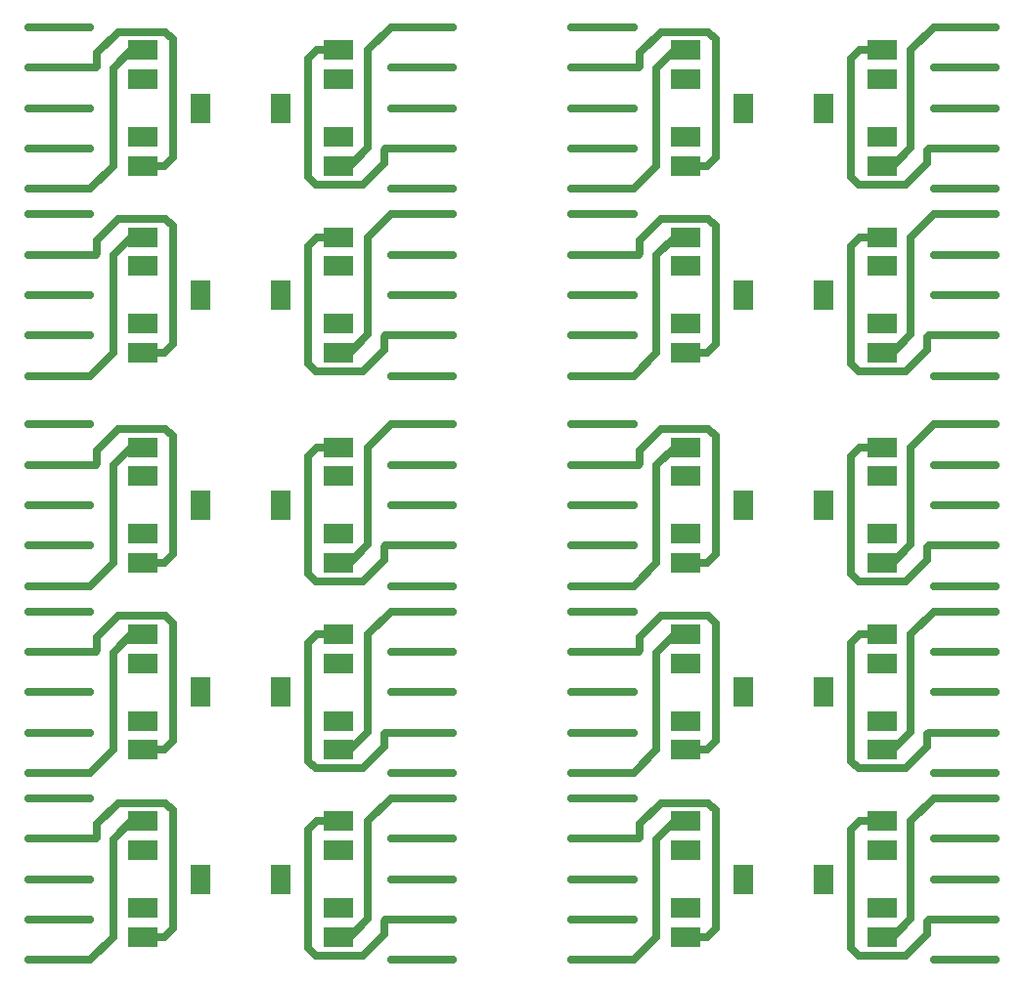
<source format=gtl>
G04 #@! TF.GenerationSoftware,KiCad,Pcbnew,(5.1.0)-1*
G04 #@! TF.CreationDate,2019-05-31T01:19:26-04:00*
G04 #@! TF.ProjectId,10x-Input-10x-Output,3130782d-496e-4707-9574-2d3130782d4f,0.1*
G04 #@! TF.SameCoordinates,Original*
G04 #@! TF.FileFunction,Copper,L1,Top*
G04 #@! TF.FilePolarity,Positive*
%FSLAX46Y46*%
G04 Gerber Fmt 4.6, Leading zero omitted, Abs format (unit mm)*
G04 Created by KiCad (PCBNEW (5.1.0)-1) date 2019-05-31 01:19:26*
%MOMM*%
%LPD*%
G04 APERTURE LIST*
%ADD10R,2.500000X1.800000*%
%ADD11R,1.800000X2.500000*%
%ADD12C,0.609600*%
%ADD13C,0.635000*%
G04 APERTURE END LIST*
D10*
X140050000Y-68904000D03*
X140050000Y-73904000D03*
D11*
X145050000Y-71404000D03*
D10*
X140050000Y-66404000D03*
X140050000Y-76404000D03*
X157050000Y-100804000D03*
X157050000Y-110804000D03*
D11*
X152050000Y-105804000D03*
D10*
X157050000Y-103304000D03*
X157050000Y-108304000D03*
X140050000Y-103304000D03*
X140050000Y-108304000D03*
D11*
X145050000Y-105804000D03*
D10*
X140050000Y-100804000D03*
X140050000Y-110804000D03*
X157050000Y-66404000D03*
X157050000Y-76404000D03*
D11*
X152050000Y-71404000D03*
D10*
X157050000Y-68904000D03*
X157050000Y-73904000D03*
X157050000Y-90104000D03*
X157050000Y-85104000D03*
D11*
X152050000Y-87604000D03*
D10*
X157050000Y-92604000D03*
X157050000Y-82604000D03*
X140050000Y-92604000D03*
X140050000Y-82604000D03*
D11*
X145050000Y-87604000D03*
D10*
X140050000Y-90104000D03*
X140050000Y-85104000D03*
X157050000Y-140704000D03*
X157050000Y-135704000D03*
D11*
X152050000Y-138204000D03*
D10*
X157050000Y-143204000D03*
X157050000Y-133204000D03*
X140050000Y-119504000D03*
X140050000Y-124504000D03*
D11*
X145050000Y-122004000D03*
D10*
X140050000Y-117004000D03*
X140050000Y-127004000D03*
X157050000Y-117004000D03*
X157050000Y-127004000D03*
D11*
X152050000Y-122004000D03*
D10*
X157050000Y-119504000D03*
X157050000Y-124504000D03*
X140050000Y-143204000D03*
X140050000Y-133204000D03*
D11*
X145050000Y-138204000D03*
D10*
X140050000Y-140704000D03*
X140050000Y-135704000D03*
X110050000Y-73904000D03*
X110050000Y-68904000D03*
D11*
X105050000Y-71404000D03*
D10*
X110050000Y-76404000D03*
X110050000Y-66404000D03*
X93050000Y-76404000D03*
X93050000Y-66404000D03*
D11*
X98050000Y-71404000D03*
D10*
X93050000Y-73904000D03*
X93050000Y-68904000D03*
X110050000Y-108304000D03*
X110050000Y-103304000D03*
D11*
X105050000Y-105804000D03*
D10*
X110050000Y-110804000D03*
X110050000Y-100804000D03*
X93050000Y-85104000D03*
X93050000Y-90104000D03*
D11*
X98050000Y-87604000D03*
D10*
X93050000Y-82604000D03*
X93050000Y-92604000D03*
X110050000Y-82604000D03*
X110050000Y-92604000D03*
D11*
X105050000Y-87604000D03*
D10*
X110050000Y-85104000D03*
X110050000Y-90104000D03*
X93050000Y-110804000D03*
X93050000Y-100804000D03*
D11*
X98050000Y-105804000D03*
D10*
X93050000Y-108304000D03*
X93050000Y-103304000D03*
X110050000Y-124504000D03*
X110050000Y-119504000D03*
D11*
X105050000Y-122004000D03*
D10*
X110050000Y-127004000D03*
X110050000Y-117004000D03*
X93050000Y-127004000D03*
X93050000Y-117004000D03*
D11*
X98050000Y-122004000D03*
D10*
X93050000Y-124504000D03*
X93050000Y-119504000D03*
X110050000Y-133204000D03*
X110050000Y-143204000D03*
D11*
X105050000Y-138204000D03*
D10*
X110050000Y-135704000D03*
X110050000Y-140704000D03*
X93050000Y-135704000D03*
X93050000Y-140704000D03*
D11*
X98050000Y-138204000D03*
D10*
X93050000Y-133204000D03*
X93050000Y-143204000D03*
D12*
X88550000Y-141704000D03*
X88550000Y-138204000D03*
X88550000Y-131204000D03*
X88550000Y-145204000D03*
X88550000Y-134704000D03*
X114550000Y-145204000D03*
X114550000Y-134704000D03*
X114550000Y-131204000D03*
X114550000Y-138204000D03*
X114550000Y-141704000D03*
X88550000Y-115004000D03*
X88550000Y-125504000D03*
X88550000Y-129004000D03*
X88550000Y-122004000D03*
X88550000Y-118504000D03*
X114550000Y-129004000D03*
X114550000Y-122004000D03*
X114550000Y-125504000D03*
X114550000Y-118504000D03*
X114550000Y-115004000D03*
X88550000Y-98804000D03*
X88550000Y-109304000D03*
X88550000Y-112804000D03*
X88550000Y-105804000D03*
X88550000Y-102304000D03*
X114550000Y-112804000D03*
X114550000Y-105804000D03*
X114550000Y-80604000D03*
X114550000Y-91104000D03*
X88550000Y-87604000D03*
X114550000Y-94604000D03*
X88550000Y-94604000D03*
X114550000Y-109304000D03*
X88550000Y-84104000D03*
X114550000Y-84104000D03*
X114550000Y-102304000D03*
X88550000Y-80604000D03*
X114550000Y-87604000D03*
X114550000Y-98804000D03*
X88550000Y-91104000D03*
X88550000Y-64404000D03*
X88550000Y-74904000D03*
X88550000Y-78404000D03*
X88550000Y-71404000D03*
X88550000Y-67904000D03*
X114550000Y-78404000D03*
X114550000Y-71404000D03*
X114550000Y-74904000D03*
X114550000Y-67904000D03*
X114550000Y-64404000D03*
X135550000Y-91104000D03*
X135550000Y-105804000D03*
X161550000Y-84104000D03*
X161550000Y-102304000D03*
X161550000Y-98804000D03*
X161550000Y-109304000D03*
X161550000Y-105804000D03*
X161550000Y-80604000D03*
X161550000Y-112804000D03*
X161550000Y-91104000D03*
X161550000Y-94604000D03*
X135550000Y-112804000D03*
X135550000Y-94604000D03*
X161550000Y-87604000D03*
X135550000Y-87604000D03*
X135550000Y-109304000D03*
X135550000Y-102304000D03*
X135550000Y-98804000D03*
X135550000Y-84104000D03*
X135550000Y-80604000D03*
X135550000Y-131204000D03*
X135550000Y-141704000D03*
X135550000Y-145204000D03*
X135550000Y-138204000D03*
X135550000Y-134704000D03*
X161550000Y-145204000D03*
X161550000Y-138204000D03*
X135550000Y-71404000D03*
X161550000Y-67904000D03*
X161550000Y-115004000D03*
X161550000Y-125504000D03*
X161550000Y-64404000D03*
X135550000Y-122004000D03*
X161550000Y-129004000D03*
X135550000Y-129004000D03*
X135550000Y-78404000D03*
X161550000Y-74904000D03*
X161550000Y-141704000D03*
X135550000Y-118504000D03*
X161550000Y-71404000D03*
X135550000Y-67904000D03*
X161550000Y-118504000D03*
X161550000Y-134704000D03*
X135550000Y-115004000D03*
X161550000Y-122004000D03*
X161550000Y-131204000D03*
X161550000Y-78404000D03*
X135550000Y-125504000D03*
X135550000Y-74904000D03*
X135550000Y-64404000D03*
D13*
X88550000Y-141704000D02*
X83150000Y-141704000D01*
X88550000Y-138204000D02*
X83150000Y-138204000D01*
X88550000Y-131204000D02*
X83150000Y-131204000D01*
X83150000Y-145204000D02*
X88550000Y-145204000D01*
X88550000Y-134704000D02*
X83150000Y-134704000D01*
X92104500Y-133204000D02*
X90533500Y-134775000D01*
X92883000Y-133204000D02*
X92104500Y-133204000D01*
X90533500Y-143220500D02*
X88550000Y-145204000D01*
X90533500Y-134775000D02*
X90533500Y-143220500D01*
X88981052Y-134704000D02*
X88550000Y-134704000D01*
X93050000Y-143204000D02*
X94935000Y-143204000D01*
X94935000Y-143204000D02*
X95677000Y-142462000D01*
X89120310Y-133457690D02*
X89120310Y-134564742D01*
X95677000Y-142462000D02*
X95677000Y-132235000D01*
X95677000Y-132235000D02*
X95042000Y-131600000D01*
X89120310Y-134564742D02*
X88981052Y-134704000D01*
X95042000Y-131600000D02*
X90978000Y-131600000D01*
X90978000Y-131600000D02*
X89120310Y-133457690D01*
X114118948Y-141704000D02*
X114550000Y-141704000D01*
X110217000Y-143204000D02*
X110995500Y-143204000D01*
X108165000Y-133204000D02*
X107423000Y-133946000D01*
X107423000Y-133946000D02*
X107423000Y-144173000D01*
X108058000Y-144808000D02*
X112122000Y-144808000D01*
X110050000Y-133204000D02*
X108165000Y-133204000D01*
X113979690Y-142950310D02*
X113979690Y-141843258D01*
X112122000Y-144808000D02*
X113979690Y-142950310D01*
X110995500Y-143204000D02*
X112566500Y-141633000D01*
X113979690Y-141843258D02*
X114118948Y-141704000D01*
X114550000Y-134704000D02*
X119950000Y-134704000D01*
X114550000Y-138204000D02*
X119950000Y-138204000D01*
X119950000Y-131204000D02*
X114550000Y-131204000D01*
X112566500Y-133187500D02*
X114550000Y-131204000D01*
X114550000Y-145204000D02*
X119950000Y-145204000D01*
X112566500Y-141633000D02*
X112566500Y-133187500D01*
X107423000Y-144173000D02*
X108058000Y-144808000D01*
X114550000Y-141704000D02*
X119950000Y-141704000D01*
X114118948Y-125504000D02*
X114550000Y-125504000D01*
X110050000Y-117004000D02*
X108165000Y-117004000D01*
X110217000Y-127004000D02*
X110995500Y-127004000D01*
X107423000Y-127973000D02*
X108058000Y-128608000D01*
X112566500Y-116987500D02*
X114550000Y-115004000D01*
X113979690Y-126750310D02*
X113979690Y-125643258D01*
X112122000Y-128608000D02*
X113979690Y-126750310D01*
X119950000Y-115004000D02*
X114550000Y-115004000D01*
X112566500Y-125433000D02*
X112566500Y-116987500D01*
X107423000Y-117746000D02*
X107423000Y-127973000D01*
X108058000Y-128608000D02*
X112122000Y-128608000D01*
X114550000Y-122004000D02*
X119950000Y-122004000D01*
X114550000Y-125504000D02*
X119950000Y-125504000D01*
X110995500Y-127004000D02*
X112566500Y-125433000D01*
X108165000Y-117004000D02*
X107423000Y-117746000D01*
X114550000Y-129004000D02*
X119950000Y-129004000D01*
X113979690Y-125643258D02*
X114118948Y-125504000D01*
X114550000Y-118504000D02*
X119950000Y-118504000D01*
X88981052Y-118504000D02*
X88550000Y-118504000D01*
X92883000Y-117004000D02*
X92104500Y-117004000D01*
X94935000Y-127004000D02*
X95677000Y-126262000D01*
X95677000Y-126262000D02*
X95677000Y-116035000D01*
X95042000Y-115400000D02*
X90978000Y-115400000D01*
X93050000Y-127004000D02*
X94935000Y-127004000D01*
X89120310Y-117257690D02*
X89120310Y-118364742D01*
X90978000Y-115400000D02*
X89120310Y-117257690D01*
X92104500Y-117004000D02*
X90533500Y-118575000D01*
X89120310Y-118364742D02*
X88981052Y-118504000D01*
X88550000Y-125504000D02*
X83150000Y-125504000D01*
X88550000Y-122004000D02*
X83150000Y-122004000D01*
X83150000Y-129004000D02*
X88550000Y-129004000D01*
X90533500Y-127020500D02*
X88550000Y-129004000D01*
X88550000Y-115004000D02*
X83150000Y-115004000D01*
X90533500Y-118575000D02*
X90533500Y-127020500D01*
X95677000Y-116035000D02*
X95042000Y-115400000D01*
X88550000Y-118504000D02*
X83150000Y-118504000D01*
X114118948Y-109304000D02*
X114550000Y-109304000D01*
X110050000Y-100804000D02*
X108165000Y-100804000D01*
X110217000Y-110804000D02*
X110995500Y-110804000D01*
X107423000Y-111773000D02*
X108058000Y-112408000D01*
X112566500Y-100787500D02*
X114550000Y-98804000D01*
X113979690Y-110550310D02*
X113979690Y-109443258D01*
X112122000Y-112408000D02*
X113979690Y-110550310D01*
X119950000Y-98804000D02*
X114550000Y-98804000D01*
X112566500Y-109233000D02*
X112566500Y-100787500D01*
X107423000Y-101546000D02*
X107423000Y-111773000D01*
X108058000Y-112408000D02*
X112122000Y-112408000D01*
X114550000Y-105804000D02*
X119950000Y-105804000D01*
X114550000Y-109304000D02*
X119950000Y-109304000D01*
X110995500Y-110804000D02*
X112566500Y-109233000D01*
X108165000Y-100804000D02*
X107423000Y-101546000D01*
X114550000Y-112804000D02*
X119950000Y-112804000D01*
X113979690Y-109443258D02*
X114118948Y-109304000D01*
X114550000Y-102304000D02*
X119950000Y-102304000D01*
X108165000Y-82604000D02*
X107423000Y-83346000D01*
X113979690Y-91243258D02*
X114118948Y-91104000D01*
X110050000Y-82604000D02*
X108165000Y-82604000D01*
X88550000Y-87604000D02*
X83150000Y-87604000D01*
X107423000Y-83346000D02*
X107423000Y-93573000D01*
X90533500Y-84175000D02*
X90533500Y-92620500D01*
X113979690Y-92350310D02*
X113979690Y-91243258D01*
X89120310Y-82857690D02*
X89120310Y-83964742D01*
X95677000Y-81635000D02*
X95042000Y-81000000D01*
X107423000Y-93573000D02*
X108058000Y-94208000D01*
X114550000Y-84104000D02*
X119950000Y-84104000D01*
X88981052Y-84104000D02*
X88550000Y-84104000D01*
X119950000Y-80604000D02*
X114550000Y-80604000D01*
X114118948Y-91104000D02*
X114550000Y-91104000D01*
X110217000Y-92604000D02*
X110995500Y-92604000D01*
X112122000Y-94208000D02*
X113979690Y-92350310D01*
X112566500Y-82587500D02*
X114550000Y-80604000D01*
X114550000Y-94604000D02*
X119950000Y-94604000D01*
X92883000Y-82604000D02*
X92104500Y-82604000D01*
X114550000Y-91104000D02*
X119950000Y-91104000D01*
X95677000Y-91862000D02*
X95677000Y-81635000D01*
X112566500Y-91033000D02*
X112566500Y-82587500D01*
X92104500Y-82604000D02*
X90533500Y-84175000D01*
X83150000Y-94604000D02*
X88550000Y-94604000D01*
X88550000Y-91104000D02*
X83150000Y-91104000D01*
X90533500Y-92620500D02*
X88550000Y-94604000D01*
X88550000Y-84104000D02*
X83150000Y-84104000D01*
X88550000Y-80604000D02*
X83150000Y-80604000D01*
X114550000Y-87604000D02*
X119950000Y-87604000D01*
X90978000Y-81000000D02*
X89120310Y-82857690D01*
X95042000Y-81000000D02*
X90978000Y-81000000D01*
X108058000Y-94208000D02*
X112122000Y-94208000D01*
X94935000Y-92604000D02*
X95677000Y-91862000D01*
X93050000Y-92604000D02*
X94935000Y-92604000D01*
X89120310Y-83964742D02*
X88981052Y-84104000D01*
X110995500Y-92604000D02*
X112566500Y-91033000D01*
X88981052Y-102304000D02*
X88550000Y-102304000D01*
X92883000Y-100804000D02*
X92104500Y-100804000D01*
X94935000Y-110804000D02*
X95677000Y-110062000D01*
X95677000Y-110062000D02*
X95677000Y-99835000D01*
X95042000Y-99200000D02*
X90978000Y-99200000D01*
X93050000Y-110804000D02*
X94935000Y-110804000D01*
X89120310Y-101057690D02*
X89120310Y-102164742D01*
X90978000Y-99200000D02*
X89120310Y-101057690D01*
X92104500Y-100804000D02*
X90533500Y-102375000D01*
X89120310Y-102164742D02*
X88981052Y-102304000D01*
X88550000Y-109304000D02*
X83150000Y-109304000D01*
X88550000Y-105804000D02*
X83150000Y-105804000D01*
X83150000Y-112804000D02*
X88550000Y-112804000D01*
X90533500Y-110820500D02*
X88550000Y-112804000D01*
X88550000Y-98804000D02*
X83150000Y-98804000D01*
X90533500Y-102375000D02*
X90533500Y-110820500D01*
X95677000Y-99835000D02*
X95042000Y-99200000D01*
X88550000Y-102304000D02*
X83150000Y-102304000D01*
X114118948Y-74904000D02*
X114550000Y-74904000D01*
X110050000Y-66404000D02*
X108165000Y-66404000D01*
X110217000Y-76404000D02*
X110995500Y-76404000D01*
X107423000Y-77373000D02*
X108058000Y-78008000D01*
X112566500Y-66387500D02*
X114550000Y-64404000D01*
X113979690Y-76150310D02*
X113979690Y-75043258D01*
X112122000Y-78008000D02*
X113979690Y-76150310D01*
X119950000Y-64404000D02*
X114550000Y-64404000D01*
X112566500Y-74833000D02*
X112566500Y-66387500D01*
X107423000Y-67146000D02*
X107423000Y-77373000D01*
X108058000Y-78008000D02*
X112122000Y-78008000D01*
X114550000Y-71404000D02*
X119950000Y-71404000D01*
X114550000Y-74904000D02*
X119950000Y-74904000D01*
X110995500Y-76404000D02*
X112566500Y-74833000D01*
X108165000Y-66404000D02*
X107423000Y-67146000D01*
X114550000Y-78404000D02*
X119950000Y-78404000D01*
X113979690Y-75043258D02*
X114118948Y-74904000D01*
X114550000Y-67904000D02*
X119950000Y-67904000D01*
X88981052Y-67904000D02*
X88550000Y-67904000D01*
X92883000Y-66404000D02*
X92104500Y-66404000D01*
X94935000Y-76404000D02*
X95677000Y-75662000D01*
X95677000Y-75662000D02*
X95677000Y-65435000D01*
X95042000Y-64800000D02*
X90978000Y-64800000D01*
X93050000Y-76404000D02*
X94935000Y-76404000D01*
X89120310Y-66657690D02*
X89120310Y-67764742D01*
X90978000Y-64800000D02*
X89120310Y-66657690D01*
X92104500Y-66404000D02*
X90533500Y-67975000D01*
X89120310Y-67764742D02*
X88981052Y-67904000D01*
X88550000Y-74904000D02*
X83150000Y-74904000D01*
X88550000Y-71404000D02*
X83150000Y-71404000D01*
X83150000Y-78404000D02*
X88550000Y-78404000D01*
X90533500Y-76420500D02*
X88550000Y-78404000D01*
X88550000Y-64404000D02*
X83150000Y-64404000D01*
X90533500Y-67975000D02*
X90533500Y-76420500D01*
X95677000Y-65435000D02*
X95042000Y-64800000D01*
X88550000Y-67904000D02*
X83150000Y-67904000D01*
X161118948Y-141704000D02*
X161550000Y-141704000D01*
X157050000Y-133204000D02*
X155165000Y-133204000D01*
X157217000Y-143204000D02*
X157995500Y-143204000D01*
X154423000Y-144173000D02*
X155058000Y-144808000D01*
X159566500Y-133187500D02*
X161550000Y-131204000D01*
X160979690Y-142950310D02*
X160979690Y-141843258D01*
X159122000Y-144808000D02*
X160979690Y-142950310D01*
X166950000Y-131204000D02*
X161550000Y-131204000D01*
X159566500Y-141633000D02*
X159566500Y-133187500D01*
X154423000Y-133946000D02*
X154423000Y-144173000D01*
X155058000Y-144808000D02*
X159122000Y-144808000D01*
X161550000Y-138204000D02*
X166950000Y-138204000D01*
X161550000Y-141704000D02*
X166950000Y-141704000D01*
X157995500Y-143204000D02*
X159566500Y-141633000D01*
X155165000Y-133204000D02*
X154423000Y-133946000D01*
X161550000Y-145204000D02*
X166950000Y-145204000D01*
X160979690Y-141843258D02*
X161118948Y-141704000D01*
X161550000Y-134704000D02*
X166950000Y-134704000D01*
X137533500Y-92620500D02*
X135550000Y-94604000D01*
X155165000Y-117004000D02*
X154423000Y-117746000D01*
X160979690Y-125643258D02*
X161118948Y-125504000D01*
X157050000Y-117004000D02*
X155165000Y-117004000D01*
X135550000Y-122004000D02*
X130150000Y-122004000D01*
X154423000Y-117746000D02*
X154423000Y-127973000D01*
X137533500Y-118575000D02*
X137533500Y-127020500D01*
X160979690Y-126750310D02*
X160979690Y-125643258D01*
X136120310Y-117257690D02*
X136120310Y-118364742D01*
X142677000Y-116035000D02*
X142042000Y-115400000D01*
X154423000Y-127973000D02*
X155058000Y-128608000D01*
X161550000Y-118504000D02*
X166950000Y-118504000D01*
X135981052Y-118504000D02*
X135550000Y-118504000D01*
X166950000Y-115004000D02*
X161550000Y-115004000D01*
X161118948Y-125504000D02*
X161550000Y-125504000D01*
X157217000Y-127004000D02*
X157995500Y-127004000D01*
X159122000Y-128608000D02*
X160979690Y-126750310D01*
X159566500Y-116987500D02*
X161550000Y-115004000D01*
X161550000Y-129004000D02*
X166950000Y-129004000D01*
X139883000Y-117004000D02*
X139104500Y-117004000D01*
X161550000Y-125504000D02*
X166950000Y-125504000D01*
X142677000Y-126262000D02*
X142677000Y-116035000D01*
X159566500Y-125433000D02*
X159566500Y-116987500D01*
X139104500Y-117004000D02*
X137533500Y-118575000D01*
X130150000Y-129004000D02*
X135550000Y-129004000D01*
X135550000Y-125504000D02*
X130150000Y-125504000D01*
X137533500Y-127020500D02*
X135550000Y-129004000D01*
X135550000Y-118504000D02*
X130150000Y-118504000D01*
X135550000Y-115004000D02*
X130150000Y-115004000D01*
X161550000Y-122004000D02*
X166950000Y-122004000D01*
X137978000Y-115400000D02*
X136120310Y-117257690D01*
X142042000Y-115400000D02*
X137978000Y-115400000D01*
X155058000Y-128608000D02*
X159122000Y-128608000D01*
X141935000Y-127004000D02*
X142677000Y-126262000D01*
X140050000Y-127004000D02*
X141935000Y-127004000D01*
X136120310Y-118364742D02*
X135981052Y-118504000D01*
X157995500Y-127004000D02*
X159566500Y-125433000D01*
X135981052Y-134704000D02*
X135550000Y-134704000D01*
X139883000Y-133204000D02*
X139104500Y-133204000D01*
X141935000Y-143204000D02*
X142677000Y-142462000D01*
X142677000Y-142462000D02*
X142677000Y-132235000D01*
X142042000Y-131600000D02*
X137978000Y-131600000D01*
X140050000Y-143204000D02*
X141935000Y-143204000D01*
X136120310Y-133457690D02*
X136120310Y-134564742D01*
X137978000Y-131600000D02*
X136120310Y-133457690D01*
X139104500Y-133204000D02*
X137533500Y-134775000D01*
X136120310Y-134564742D02*
X135981052Y-134704000D01*
X135550000Y-141704000D02*
X130150000Y-141704000D01*
X135550000Y-138204000D02*
X130150000Y-138204000D01*
X130150000Y-145204000D02*
X135550000Y-145204000D01*
X137533500Y-143220500D02*
X135550000Y-145204000D01*
X135550000Y-131204000D02*
X130150000Y-131204000D01*
X137533500Y-134775000D02*
X137533500Y-143220500D01*
X142677000Y-132235000D02*
X142042000Y-131600000D01*
X135550000Y-134704000D02*
X130150000Y-134704000D01*
X139104500Y-66404000D02*
X137533500Y-67975000D01*
X135550000Y-71404000D02*
X130150000Y-71404000D01*
X137533500Y-76420500D02*
X135550000Y-78404000D01*
X135550000Y-67904000D02*
X130150000Y-67904000D01*
X137533500Y-67975000D02*
X137533500Y-76420500D01*
X130150000Y-78404000D02*
X135550000Y-78404000D01*
X139883000Y-66404000D02*
X139104500Y-66404000D01*
X142677000Y-65435000D02*
X142042000Y-64800000D01*
X141935000Y-76404000D02*
X142677000Y-75662000D01*
X137978000Y-64800000D02*
X136120310Y-66657690D01*
X142677000Y-75662000D02*
X142677000Y-65435000D01*
X142042000Y-64800000D02*
X137978000Y-64800000D01*
X135550000Y-64404000D02*
X130150000Y-64404000D01*
X136120310Y-67764742D02*
X135981052Y-67904000D01*
X140050000Y-76404000D02*
X141935000Y-76404000D01*
X135981052Y-67904000D02*
X135550000Y-67904000D01*
X136120310Y-66657690D02*
X136120310Y-67764742D01*
X135550000Y-74904000D02*
X130150000Y-74904000D01*
X160979690Y-75043258D02*
X161118948Y-74904000D01*
X161550000Y-67904000D02*
X166950000Y-67904000D01*
X157050000Y-66404000D02*
X155165000Y-66404000D01*
X166950000Y-64404000D02*
X161550000Y-64404000D01*
X161550000Y-71404000D02*
X166950000Y-71404000D01*
X161118948Y-74904000D02*
X161550000Y-74904000D01*
X157217000Y-76404000D02*
X157995500Y-76404000D01*
X160979690Y-76150310D02*
X160979690Y-75043258D01*
X159566500Y-74833000D02*
X159566500Y-66387500D01*
X159122000Y-78008000D02*
X160979690Y-76150310D01*
X154423000Y-77373000D02*
X155058000Y-78008000D01*
X154423000Y-67146000D02*
X154423000Y-77373000D01*
X155058000Y-78008000D02*
X159122000Y-78008000D01*
X157995500Y-76404000D02*
X159566500Y-74833000D01*
X155165000Y-66404000D02*
X154423000Y-67146000D01*
X161550000Y-78404000D02*
X166950000Y-78404000D01*
X159566500Y-66387500D02*
X161550000Y-64404000D01*
X161550000Y-74904000D02*
X166950000Y-74904000D01*
X160979690Y-91243258D02*
X161118948Y-91104000D01*
X154423000Y-83346000D02*
X154423000Y-93573000D01*
X135550000Y-87604000D02*
X130150000Y-87604000D01*
X161550000Y-84104000D02*
X166950000Y-84104000D01*
X154423000Y-93573000D02*
X155058000Y-94208000D01*
X135981052Y-84104000D02*
X135550000Y-84104000D01*
X161118948Y-91104000D02*
X161550000Y-91104000D01*
X159122000Y-94208000D02*
X160979690Y-92350310D01*
X155058000Y-112408000D02*
X159122000Y-112408000D01*
X159566500Y-82587500D02*
X161550000Y-80604000D01*
X161550000Y-94604000D02*
X166950000Y-94604000D01*
X161550000Y-105804000D02*
X166950000Y-105804000D01*
X160979690Y-109443258D02*
X161118948Y-109304000D01*
X155165000Y-82604000D02*
X154423000Y-83346000D01*
X157050000Y-82604000D02*
X155165000Y-82604000D01*
X136120310Y-82857690D02*
X136120310Y-83964742D01*
X166950000Y-80604000D02*
X161550000Y-80604000D01*
X160979690Y-92350310D02*
X160979690Y-91243258D01*
X157217000Y-92604000D02*
X157995500Y-92604000D01*
X161550000Y-112804000D02*
X166950000Y-112804000D01*
X159566500Y-109233000D02*
X159566500Y-100787500D01*
X160979690Y-110550310D02*
X160979690Y-109443258D01*
X166950000Y-98804000D02*
X161550000Y-98804000D01*
X154423000Y-101546000D02*
X154423000Y-111773000D01*
X157995500Y-110804000D02*
X159566500Y-109233000D01*
X142677000Y-81635000D02*
X142042000Y-81000000D01*
X159566500Y-100787500D02*
X161550000Y-98804000D01*
X137533500Y-84175000D02*
X137533500Y-92620500D01*
X155165000Y-100804000D02*
X154423000Y-101546000D01*
X161550000Y-109304000D02*
X166950000Y-109304000D01*
X159122000Y-112408000D02*
X160979690Y-110550310D01*
X161550000Y-102304000D02*
X166950000Y-102304000D01*
X139883000Y-82604000D02*
X139104500Y-82604000D01*
X161550000Y-91104000D02*
X166950000Y-91104000D01*
X142677000Y-91862000D02*
X142677000Y-81635000D01*
X159566500Y-91033000D02*
X159566500Y-82587500D01*
X161118948Y-109304000D02*
X161550000Y-109304000D01*
X157217000Y-110804000D02*
X157995500Y-110804000D01*
X154423000Y-111773000D02*
X155058000Y-112408000D01*
X157050000Y-100804000D02*
X155165000Y-100804000D01*
X139104500Y-82604000D02*
X137533500Y-84175000D01*
X135550000Y-91104000D02*
X130150000Y-91104000D01*
X130150000Y-94604000D02*
X135550000Y-94604000D01*
X142677000Y-110062000D02*
X142677000Y-99835000D01*
X142042000Y-81000000D02*
X137978000Y-81000000D01*
X142042000Y-99200000D02*
X137978000Y-99200000D01*
X136120310Y-102164742D02*
X135981052Y-102304000D01*
X137533500Y-102375000D02*
X137533500Y-110820500D01*
X135550000Y-84104000D02*
X130150000Y-84104000D01*
X135550000Y-80604000D02*
X130150000Y-80604000D01*
X140050000Y-110804000D02*
X141935000Y-110804000D01*
X141935000Y-92604000D02*
X142677000Y-91862000D01*
X136120310Y-83964742D02*
X135981052Y-84104000D01*
X137978000Y-81000000D02*
X136120310Y-82857690D01*
X141935000Y-110804000D02*
X142677000Y-110062000D01*
X139104500Y-100804000D02*
X137533500Y-102375000D01*
X130150000Y-112804000D02*
X135550000Y-112804000D01*
X137533500Y-110820500D02*
X135550000Y-112804000D01*
X157995500Y-92604000D02*
X159566500Y-91033000D01*
X155058000Y-94208000D02*
X159122000Y-94208000D01*
X135981052Y-102304000D02*
X135550000Y-102304000D01*
X139883000Y-100804000D02*
X139104500Y-100804000D01*
X136120310Y-101057690D02*
X136120310Y-102164742D01*
X137978000Y-99200000D02*
X136120310Y-101057690D01*
X135550000Y-98804000D02*
X130150000Y-98804000D01*
X135550000Y-105804000D02*
X130150000Y-105804000D01*
X142677000Y-99835000D02*
X142042000Y-99200000D01*
X161550000Y-87604000D02*
X166950000Y-87604000D01*
X140050000Y-92604000D02*
X141935000Y-92604000D01*
X135550000Y-109304000D02*
X130150000Y-109304000D01*
X135550000Y-102304000D02*
X130150000Y-102304000D01*
M02*

</source>
